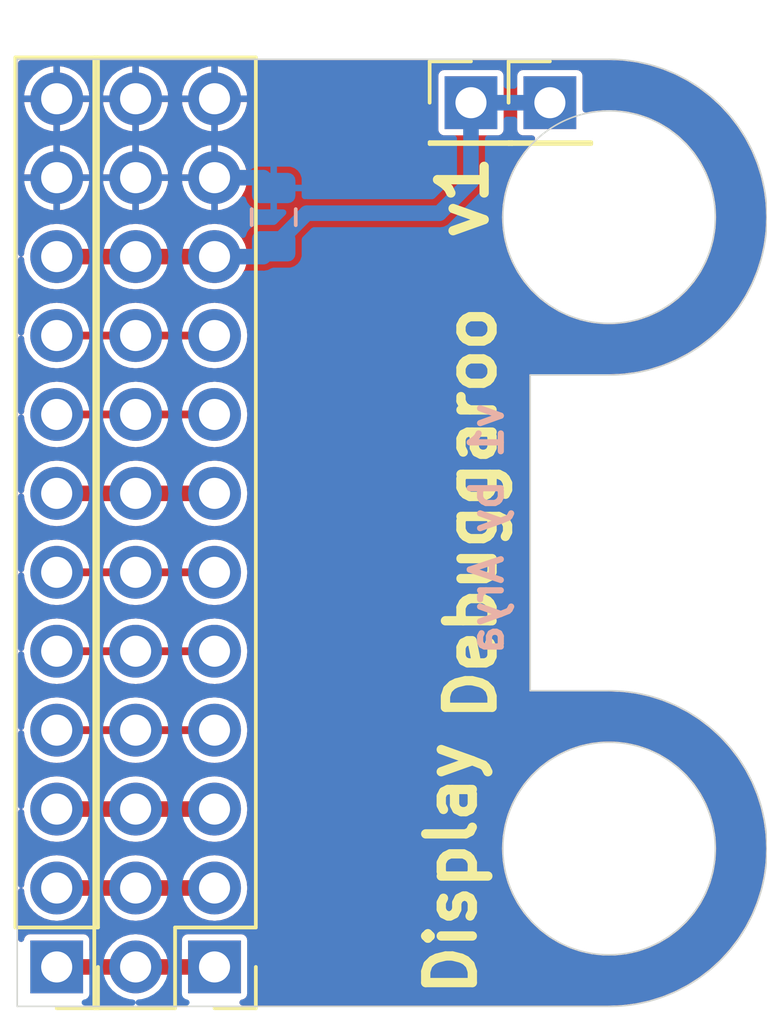
<source format=kicad_pcb>
(kicad_pcb (version 20221018) (generator pcbnew)
  (layers (0 "F.Cu" signal) (31 "B.Cu" signal) (34 "B.Paste" user) (35 "F.Paste" user) (36 "B.SilkS" user "B.Silkscreen") (37 "F.SilkS" user "F.Silkscreen") (38 "B.Mask" user) (39 "F.Mask" user) (44 "Edge.Cuts" user))
  (net 0 "")
  (net 1 "Net-(C1-Pad2)")
  (net 2 "Net-(C1-Pad1)")
  (net 3 "Net-(J1-Pad17)")
  (net 4 "Net-(J1-Pad15)")
  (net 5 "Net-(J1-Pad13)")
  (net 6 "Net-(J1-Pad11)")
  (net 7 "Net-(J1-Pad10)")
  (net 8 "Net-(J1-Pad7)")
  (net 9 "Net-(J1-Pad5)")
  (net 10 "Net-(J1-Pad3)")
  (net 11 "Net-(J1-Pad1)")
  (footprint "Connector_PinHeader_2.54mm:PinHeader_1x01_P2.54mm_Vertical" (layer "F.Cu") (at 137.16 78.232)
    (fp_text reference "J3" hide)
    (fp_text value "VCC")
    (fp_line (start -1.33 -1.33) (end 0 -1.33) (stroke (width 0.12)) (layer "F.SilkS"))
    (fp_line (start -1.33 0) (end -1.33 -1.33) (stroke (width 0.12)) (layer "F.SilkS"))
    (fp_line (start -1.33 1.27) (end -1.33 1.33) (stroke (width 0.12)) (layer "F.SilkS"))
    (fp_line (start -1.33 1.27) (end 1.33 1.27) (stroke (width 0.12)) (layer "F.SilkS"))
    (fp_line (start -1.33 1.33) (end 1.33 1.33) (stroke (width 0.12)) (layer "F.SilkS"))
    (fp_line (start 1.33 1.27) (end 1.33 1.33) (stroke (width 0.12)) (layer "F.SilkS"))
    (pad "1" thru_hole rect (at 0 0) (size 1.7 1.7) (drill 1) (layers "*.Cu" "*.Mask") (net 1 "Net-(C1-Pad2)"))
  )
  (footprint "Connector_PinHeader_2.54mm:PinHeader_1x01_P2.54mm_Vertical" (layer "F.Cu") (at 139.7 78.232)
    (fp_text reference "J4" hide)
    (fp_text value "VCC")
    (fp_line (start -1.33 -1.33) (end 0 -1.33) (stroke (width 0.12)) (layer "F.SilkS"))
    (fp_line (start -1.33 0) (end -1.33 -1.33) (stroke (width 0.12)) (layer "F.SilkS"))
    (fp_line (start -1.33 1.27) (end -1.33 1.33) (stroke (width 0.12)) (layer "F.SilkS"))
    (fp_line (start -1.33 1.27) (end 1.33 1.27) (stroke (width 0.12)) (layer "F.SilkS"))
    (fp_line (start -1.33 1.33) (end 1.33 1.33) (stroke (width 0.12)) (layer "F.SilkS"))
    (fp_line (start 1.33 1.27) (end 1.33 1.33) (stroke (width 0.12)) (layer "F.SilkS"))
    (pad "1" thru_hole rect (at 0 0) (size 1.7 1.7) (drill 1) (layers "*.Cu" "*.Mask") (net 1 "Net-(C1-Pad2)"))
  )
  (footprint "Connector_PinHeader_2.54mm:PinHeader_2x12_P2.54mm_Vertical" (layer "F.Cu") (at 128.905 106.045 180)
    (fp_text reference "J1" hide)
    (fp_text value "COMM")
    (fp_line (start -1.33 -1.33) (end 0 -1.33) (stroke (width 0.12)) (layer "F.SilkS"))
    (fp_line (start -1.33 0) (end -1.33 -1.33) (stroke (width 0.12)) (layer "F.SilkS"))
    (fp_line (start -1.33 1.27) (end -1.33 29.27) (stroke (width 0.12)) (layer "F.SilkS"))
    (fp_line (start -1.33 1.27) (end 1.27 1.27) (stroke (width 0.12)) (layer "F.SilkS"))
    (fp_line (start -1.33 29.27) (end 3.87 29.27) (stroke (width 0.12)) (layer "F.SilkS"))
    (fp_line (start 1.27 -1.33) (end 3.87 -1.33) (stroke (width 0.12)) (layer "F.SilkS"))
    (fp_line (start 1.27 1.27) (end 1.27 -1.33) (stroke (width 0.12)) (layer "F.SilkS"))
    (fp_line (start 3.87 -1.33) (end 3.87 29.27) (stroke (width 0.12)) (layer "F.SilkS"))
    (pad "1" thru_hole rect (at 0 0 180) (size 1.7 1.7) (drill 1) (layers "*.Cu" "*.Mask") (net 11 "Net-(J1-Pad1)"))
    (pad "2" thru_hole oval (at 2.54 0 180) (size 1.7 1.7) (drill 1) (layers "*.Cu" "*.Mask") (net 11 "Net-(J1-Pad1)"))
    (pad "3" thru_hole oval (at 0 2.54 180) (size 1.7 1.7) (drill 1) (layers "*.Cu" "*.Mask") (net 10 "Net-(J1-Pad3)"))
    (pad "4" thru_hole oval (at 2.54 2.54 180) (size 1.7 1.7) (drill 1) (layers "*.Cu" "*.Mask") (net 10 "Net-(J1-Pad3)"))
    (pad "5" thru_hole oval (at 0 5.08 180) (size 1.7 1.7) (drill 1) (layers "*.Cu" "*.Mask") (net 9 "Net-(J1-Pad5)"))
    (pad "6" thru_hole oval (at 2.54 5.08 180) (size 1.7 1.7) (drill 1) (layers "*.Cu" "*.Mask") (net 9 "Net-(J1-Pad5)"))
    (pad "7" thru_hole oval (at 0 7.62 180) (size 1.7 1.7) (drill 1) (layers "*.Cu" "*.Mask") (net 8 "Net-(J1-Pad7)"))
    (pad "8" thru_hole oval (at 2.54 7.62 180) (size 1.7 1.7) (drill 1) (layers "*.Cu" "*.Mask") (net 8 "Net-(J1-Pad7)"))
    (pad "9" thru_hole oval (at 0 10.16 180) (size 1.7 1.7) (drill 1) (layers "*.Cu" "*.Mask") (net 7 "Net-(J1-Pad10)"))
    (pad "10" thru_hole oval (at 2.54 10.16 180) (size 1.7 1.7) (drill 1) (layers "*.Cu" "*.Mask") (net 7 "Net-(J1-Pad10)"))
    (pad "11" thru_hole oval (at 0 12.7 180) (size 1.7 1.7) (drill 1) (layers "*.Cu" "*.Mask") (net 6 "Net-(J1-Pad11)"))
    (pad "12" thru_hole oval (at 2.54 12.7 180) (size 1.7 1.7) (drill 1) (layers "*.Cu" "*.Mask") (net 6 "Net-(J1-Pad11)"))
    (pad "13" thru_hole oval (at 0 15.24 180) (size 1.7 1.7) (drill 1) (layers "*.Cu" "*.Mask") (net 5 "Net-(J1-Pad13)"))
    (pad "14" thru_hole oval (at 2.54 15.24 180) (size 1.7 1.7) (drill 1) (layers "*.Cu" "*.Mask") (net 5 "Net-(J1-Pad13)"))
    (pad "15" thru_hole oval (at 0 17.78 180) (size 1.7 1.7) (drill 1) (layers "*.Cu" "*.Mask") (net 4 "Net-(J1-Pad15)"))
    (pad "16" thru_hole oval (at 2.54 17.78 180) (size 1.7 1.7) (drill 1) (layers "*.Cu" "*.Mask") (net 4 "Net-(J1-Pad15)"))
    (pad "17" thru_hole oval (at 0 20.32 180) (size 1.7 1.7) (drill 1) (layers "*.Cu" "*.Mask") (net 3 "Net-(J1-Pad17)"))
    (pad "18" thru_hole oval (at 2.54 20.32 180) (size 1.7 1.7) (drill 1) (layers "*.Cu" "*.Mask") (net 3 "Net-(J1-Pad17)"))
    (pad "19" thru_hole oval (at 0 22.86 180) (size 1.7 1.7) (drill 1) (layers "*.Cu" "*.Mask") (net 1 "Net-(C1-Pad2)"))
    (pad "20" thru_hole oval (at 2.54 22.86 180) (size 1.7 1.7) (drill 1) (layers "*.Cu" "*.Mask") (net 1 "Net-(C1-Pad2)"))
    (pad "21" thru_hole oval (at 0 25.4 180) (size 1.7 1.7) (drill 1) (layers "*.Cu" "*.Mask") (net 2 "Net-(C1-Pad1)"))
    (pad "22" thru_hole oval (at 2.54 25.4 180) (size 1.7 1.7) (drill 1) (layers "*.Cu" "*.Mask") (net 2 "Net-(C1-Pad1)"))
    (pad "23" thru_hole oval (at 0 27.94 180) (size 1.7 1.7) (drill 1) (layers "*.Cu" "*.Mask") (net 2 "Net-(C1-Pad1)"))
    (pad "24" thru_hole oval (at 2.54 27.94 180) (size 1.7 1.7) (drill 1) (layers "*.Cu" "*.Mask") (net 2 "Net-(C1-Pad1)"))
  )
  (footprint "Connector_PinHeader_2.54mm:PinHeader_1x12_P2.54mm_Vertical" (layer "F.Cu") (at 123.825 106.045 180)
    (fp_text reference "J2" hide)
    (fp_text value "DBG")
    (fp_line (start -1.33 -1.33) (end 0 -1.33) (stroke (width 0.12)) (layer "F.SilkS"))
    (fp_line (start -1.33 0) (end -1.33 -1.33) (stroke (width 0.12)) (layer "F.SilkS"))
    (fp_line (start -1.33 1.27) (end -1.33 29.27) (stroke (width 0.12)) (layer "F.SilkS"))
    (fp_line (start -1.33 1.27) (end 1.33 1.27) (stroke (width 0.12)) (layer "F.SilkS"))
    (fp_line (start -1.33 29.27) (end 1.33 29.27) (stroke (width 0.12)) (layer "F.SilkS"))
    (fp_line (start 1.33 1.27) (end 1.33 29.27) (stroke (width 0.12)) (layer "F.SilkS"))
    (pad "1" thru_hole rect (at 0 0 180) (size 1.7 1.7) (drill 1) (layers "*.Cu" "*.Mask") (net 11 "Net-(J1-Pad1)"))
    (pad "2" thru_hole oval (at 0 2.54 180) (size 1.7 1.7) (drill 1) (layers "*.Cu" "*.Mask") (net 10 "Net-(J1-Pad3)"))
    (pad "3" thru_hole oval (at 0 5.08 180) (size 1.7 1.7) (drill 1) (layers "*.Cu" "*.Mask") (net 9 "Net-(J1-Pad5)"))
    (pad "4" thru_hole oval (at 0 7.62 180) (size 1.7 1.7) (drill 1) (layers "*.Cu" "*.Mask") (net 8 "Net-(J1-Pad7)"))
    (pad "5" thru_hole oval (at 0 10.16 180) (size 1.7 1.7) (drill 1) (layers "*.Cu" "*.Mask") (net 7 "Net-(J1-Pad10)"))
    (pad "6" thru_hole oval (at 0 12.7 180) (size 1.7 1.7) (drill 1) (layers "*.Cu" "*.Mask") (net 6 "Net-(J1-Pad11)"))
    (pad "7" thru_hole oval (at 0 15.24 180) (size 1.7 1.7) (drill 1) (layers "*.Cu" "*.Mask") (net 5 "Net-(J1-Pad13)"))
    (pad "8" thru_hole oval (at 0 17.78 180) (size 1.7 1.7) (drill 1) (layers "*.Cu" "*.Mask") (net 4 "Net-(J1-Pad15)"))
    (pad "9" thru_hole oval (at 0 20.32 180) (size 1.7 1.7) (drill 1) (layers "*.Cu" "*.Mask") (net 3 "Net-(J1-Pad17)"))
    (pad "10" thru_hole oval (at 0 22.86 180) (size 1.7 1.7) (drill 1) (layers "*.Cu" "*.Mask") (net 1 "Net-(C1-Pad2)"))
    (pad "11" thru_hole oval (at 0 25.4 180) (size 1.7 1.7) (drill 1) (layers "*.Cu" "*.Mask") (net 2 "Net-(C1-Pad1)"))
    (pad "12" thru_hole oval (at 0 27.94 180) (size 1.7 1.7) (drill 1) (layers "*.Cu" "*.Mask") (net 2 "Net-(C1-Pad1)"))
  )
  (footprint "Capacitor_SMD:C_0805_2012Metric" (layer "B.Cu") (at 130.81 81.915 -90)
    (fp_text reference "C1" hide)
    (fp_text value "100nF")
    (fp_line (start -0.258578 -0.71) (end 0.258578 -0.71) (stroke (width 0.12)) (layer "B.SilkS"))
    (fp_line (start -0.258578 0.71) (end 0.258578 0.71) (stroke (width 0.12)) (layer "B.SilkS"))
    (pad "1" smd roundrect (at -0.9375 0 270) (size 0.975 1.4) (layers "B.Cu" "B.Paste" "B.Mask") (net 2 "Net-(C1-Pad1)"))
    (pad "2" smd roundrect (at 0.9375 0 270) (size 0.975 1.4) (layers "B.Cu" "B.Paste" "B.Mask") (net 1 "Net-(C1-Pad2)"))
  )
  (gr_line (start 122.555 107.315) (end 122.555 76.835) (stroke (width 0.05)) (layer "Edge.Cuts"))
  (gr_circle (center 141.605 102.235) (end 142.875 99.06) (stroke (width 0.05)) (fill none) (layer "Edge.Cuts"))
  (gr_circle (center 141.605 81.915) (end 142.875 78.74) (stroke (width 0.05)) (fill none) (layer "Edge.Cuts"))
  (gr_line (start 141.605 97.155) (end 139.065 97.155) (stroke (width 0.05)) (layer "Edge.Cuts"))
  (gr_arc (start 141.605 76.835) (mid 146.685 81.915) (end 141.605 86.995) (stroke (width 0.05)) (layer "Edge.Cuts"))
  (gr_line (start 141.605 86.995) (end 139.065 86.995) (stroke (width 0.05)) (layer "Edge.Cuts"))
  (gr_line (start 122.555 76.835) (end 141.605 76.835) (stroke (width 0.05)) (layer "Edge.Cuts"))
  (gr_arc (start 141.605 97.155) (mid 146.685 102.235) (end 141.605 107.315) (stroke (width 0.05)) (layer "Edge.Cuts"))
  (gr_line (start 141.605 107.315) (end 122.555 107.315) (stroke (width 0.05)) (layer "Edge.Cuts"))
  (gr_line (start 139.065 86.995) (end 139.065 97.155) (stroke (width 0.05)) (layer "Edge.Cuts"))
  (gr_text "v1 by Arya" (at 137.668 91.948 90) (layer "B.SilkS") (effects (font (size 1 1) (thickness 0.2)) (justify mirror)))
  (gr_text "Debuggaroo" (at 137.16 91.44 90) (layer "F.SilkS") (effects (font (size 1.5 1.5) (thickness 0.3))))
  (gr_text "v1" (at 136.906 81.28 90) (layer "F.SilkS") (effects (font (size 1.5 1.5) (thickness 0.3))))
  (gr_text "Display" (at 136.525 102.87 90) (layer "F.SilkS") (effects (font (size 1.5 1.5) (thickness 0.3))))
  (segment (start 126.365 83.185) (end 128.905 83.185) (width 0.5) (layer "F.Cu") (net 1))
  (segment (start 123.825 83.185) (end 126.365 83.185) (width 0.5) (layer "F.Cu") (net 1))
  (segment (start 131.8745 81.788) (end 136.144 81.788) (width 0.5) (layer "B.Cu") (net 1))
  (segment (start 130.4775 83.185) (end 130.81 82.8525) (width 0.5) (layer "B.Cu") (net 1))
  (segment (start 137.16 80.772) (end 137.16 78.232) (width 0.5) (layer "B.Cu") (net 1))
  (segment (start 130.81 82.8525) (end 131.8745 81.788) (width 0.5) (layer "B.Cu") (net 1))
  (segment (start 128.905 83.185) (end 130.4775 83.185) (width 0.5) (layer "B.Cu") (net 1))
  (segment (start 137.16 78.232) (end 139.7 78.232) (width 0.5) (layer "B.Cu") (net 1))
  (segment (start 136.144 81.788) (end 137.16 80.772) (width 0.5) (layer "B.Cu") (net 1))
  (segment (start 128.905 80.645) (end 130.4775 80.645) (width 0.5) (layer "B.Cu") (net 2))
  (segment (start 130.4775 80.645) (end 130.81 80.9775) (width 0.5) (layer "B.Cu") (net 2))
  (segment (start 123.825 85.725) (end 126.365 85.725) (width 0.25) (layer "F.Cu") (net 3))
  (segment (start 128.905 85.725) (end 126.365 85.725) (width 0.25) (layer "F.Cu") (net 3))
  (segment (start 128.905 88.265) (end 126.365 88.265) (width 0.25) (layer "F.Cu") (net 4))
  (segment (start 123.825 88.265) (end 126.365 88.265) (width 0.25) (layer "F.Cu") (net 4))
  (segment (start 128.905 90.805) (end 126.365 90.805) (width 0.5) (layer "F.Cu") (net 5))
  (segment (start 126.365 90.805) (end 123.825 90.805) (width 0.5) (layer "F.Cu") (net 5))
  (segment (start 128.905 93.345) (end 126.365 93.345) (width 0.25) (layer "F.Cu") (net 6))
  (segment (start 123.825 93.345) (end 126.365 93.345) (width 0.25) (layer "F.Cu") (net 6))
  (segment (start 126.365 95.885) (end 128.905 95.885) (width 0.25) (layer "F.Cu") (net 7))
  (segment (start 123.825 95.885) (end 126.365 95.885) (width 0.25) (layer "F.Cu") (net 7))
  (segment (start 126.365 98.425) (end 123.825 98.425) (width 0.25) (layer "F.Cu") (net 8))
  (segment (start 128.905 98.425) (end 126.365 98.425) (width 0.25) (layer "F.Cu") (net 8))
  (segment (start 123.825 100.965) (end 126.365 100.965) (width 0.5) (layer "F.Cu") (net 9))
  (segment (start 126.365 100.965) (end 128.905 100.965) (width 0.5) (layer "F.Cu") (net 9))
  (segment (start 126.365 103.505) (end 128.905 103.505) (width 0.5) (layer "F.Cu") (net 10))
  (segment (start 123.825 103.505) (end 126.365 103.505) (width 0.5) (layer "F.Cu") (net 10))
  (segment (start 126.365 106.045) (end 123.825 106.045) (width 0.5) (layer "F.Cu") (net 11))
  (segment (start 128.905 106.045) (end 126.365 106.045) (width 0.5) (layer "F.Cu") (net 11))
  (zone (net 2) (net_name "Net-(C1-Pad1)") (layer "F.Cu") (connect_pads (clearance 0.2)) (min_thickness 0.2) (fill yes (thermal_gap 0.2) (thermal_bridge_width 0.21))
    (polygon (pts (xy 146.685 107.315) (xy 122.555 107.315) (xy 122.555 76.835) (xy 146.685 76.835)))
  )
  (zone (net 2) (net_name "Net-(C1-Pad1)") (layer "B.Cu") (connect_pads (clearance 0.2)) (min_thickness 0.2) (fill yes (thermal_gap 0.2) (thermal_bridge_width 0.21))
    (polygon (pts (xy 122.555 107.315) (xy 146.685 107.315) (xy 146.685 76.835) (xy 122.555 76.835)))
  )
)
</source>
